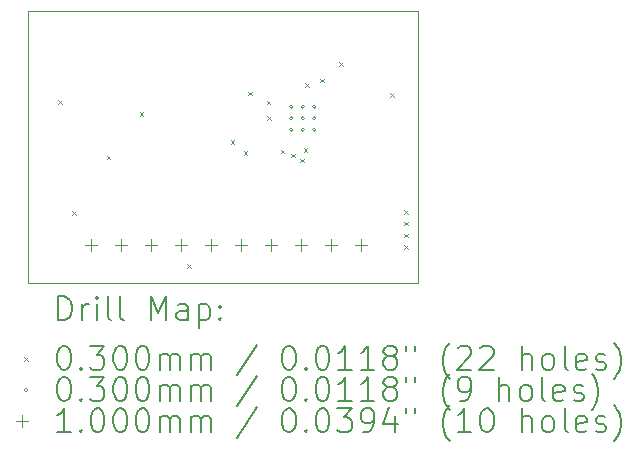
<source format=gbr>
%TF.GenerationSoftware,KiCad,Pcbnew,7.0.9-7.0.9~ubuntu22.04.1*%
%TF.CreationDate,2023-11-27T21:35:54+01:00*%
%TF.ProjectId,ohe_power_supply_1,6f68655f-706f-4776-9572-5f737570706c,rev?*%
%TF.SameCoordinates,Original*%
%TF.FileFunction,Drillmap*%
%TF.FilePolarity,Positive*%
%FSLAX45Y45*%
G04 Gerber Fmt 4.5, Leading zero omitted, Abs format (unit mm)*
G04 Created by KiCad (PCBNEW 7.0.9-7.0.9~ubuntu22.04.1) date 2023-11-27 21:35:54*
%MOMM*%
%LPD*%
G01*
G04 APERTURE LIST*
%ADD10C,0.100000*%
%ADD11C,0.200000*%
G04 APERTURE END LIST*
D10*
X16800000Y-10300000D02*
X16900000Y-10300000D01*
X16800000Y-12600000D02*
X16800000Y-10300000D01*
X20100000Y-12600000D02*
X16800000Y-12600000D01*
X20100000Y-12560000D02*
X20100000Y-12600000D01*
X20100000Y-10300000D02*
X20100000Y-12560000D01*
X16900000Y-10300000D02*
X20100000Y-10300000D01*
D11*
D10*
X17055000Y-11055000D02*
X17085000Y-11085000D01*
X17085000Y-11055000D02*
X17055000Y-11085000D01*
X17175000Y-11995000D02*
X17205000Y-12025000D01*
X17205000Y-11995000D02*
X17175000Y-12025000D01*
X17465000Y-11525000D02*
X17495000Y-11555000D01*
X17495000Y-11525000D02*
X17465000Y-11555000D01*
X17745000Y-11155000D02*
X17775000Y-11185000D01*
X17775000Y-11155000D02*
X17745000Y-11185000D01*
X18145000Y-12445000D02*
X18175000Y-12475000D01*
X18175000Y-12445000D02*
X18145000Y-12475000D01*
X18515000Y-11395000D02*
X18545000Y-11425000D01*
X18545000Y-11395000D02*
X18515000Y-11425000D01*
X18625000Y-11485000D02*
X18655000Y-11515000D01*
X18655000Y-11485000D02*
X18625000Y-11515000D01*
X18665000Y-10985000D02*
X18695000Y-11015000D01*
X18695000Y-10985000D02*
X18665000Y-11015000D01*
X18818400Y-11060016D02*
X18848400Y-11090016D01*
X18848400Y-11060016D02*
X18818400Y-11090016D01*
X18824659Y-11190530D02*
X18854659Y-11220530D01*
X18854659Y-11190530D02*
X18824659Y-11220530D01*
X18939314Y-11472731D02*
X18969314Y-11502731D01*
X18969314Y-11472731D02*
X18939314Y-11502731D01*
X19028027Y-11508399D02*
X19058027Y-11538399D01*
X19058027Y-11508399D02*
X19028027Y-11538399D01*
X19105000Y-11550050D02*
X19135000Y-11580050D01*
X19135000Y-11550050D02*
X19105000Y-11580050D01*
X19134984Y-11460387D02*
X19164984Y-11490387D01*
X19164984Y-11460387D02*
X19134984Y-11490387D01*
X19147650Y-10912815D02*
X19177650Y-10942815D01*
X19177650Y-10912815D02*
X19147650Y-10942815D01*
X19275000Y-10875000D02*
X19305000Y-10905000D01*
X19305000Y-10875000D02*
X19275000Y-10905000D01*
X19435000Y-10735000D02*
X19465000Y-10765000D01*
X19465000Y-10735000D02*
X19435000Y-10765000D01*
X19865000Y-10995000D02*
X19895000Y-11025000D01*
X19895000Y-10995000D02*
X19865000Y-11025000D01*
X19985000Y-11985000D02*
X20015000Y-12015000D01*
X20015000Y-11985000D02*
X19985000Y-12015000D01*
X19985000Y-12085000D02*
X20015000Y-12115000D01*
X20015000Y-12085000D02*
X19985000Y-12115000D01*
X19985000Y-12185000D02*
X20015000Y-12215000D01*
X20015000Y-12185000D02*
X19985000Y-12215000D01*
X19985000Y-12285000D02*
X20015000Y-12315000D01*
X20015000Y-12285000D02*
X19985000Y-12315000D01*
X19042500Y-11111250D02*
G75*
G03*
X19042500Y-11111250I-15000J0D01*
G01*
X19042500Y-11208750D02*
G75*
G03*
X19042500Y-11208750I-15000J0D01*
G01*
X19042500Y-11306250D02*
G75*
G03*
X19042500Y-11306250I-15000J0D01*
G01*
X19140000Y-11111250D02*
G75*
G03*
X19140000Y-11111250I-15000J0D01*
G01*
X19140000Y-11208750D02*
G75*
G03*
X19140000Y-11208750I-15000J0D01*
G01*
X19140000Y-11306250D02*
G75*
G03*
X19140000Y-11306250I-15000J0D01*
G01*
X19237500Y-11111250D02*
G75*
G03*
X19237500Y-11111250I-15000J0D01*
G01*
X19237500Y-11208750D02*
G75*
G03*
X19237500Y-11208750I-15000J0D01*
G01*
X19237500Y-11306250D02*
G75*
G03*
X19237500Y-11306250I-15000J0D01*
G01*
X17333000Y-12229000D02*
X17333000Y-12329000D01*
X17283000Y-12279000D02*
X17383000Y-12279000D01*
X17587000Y-12229000D02*
X17587000Y-12329000D01*
X17537000Y-12279000D02*
X17637000Y-12279000D01*
X17841000Y-12229000D02*
X17841000Y-12329000D01*
X17791000Y-12279000D02*
X17891000Y-12279000D01*
X18095000Y-12229000D02*
X18095000Y-12329000D01*
X18045000Y-12279000D02*
X18145000Y-12279000D01*
X18349000Y-12229000D02*
X18349000Y-12329000D01*
X18299000Y-12279000D02*
X18399000Y-12279000D01*
X18603000Y-12229000D02*
X18603000Y-12329000D01*
X18553000Y-12279000D02*
X18653000Y-12279000D01*
X18857000Y-12229000D02*
X18857000Y-12329000D01*
X18807000Y-12279000D02*
X18907000Y-12279000D01*
X19111000Y-12229000D02*
X19111000Y-12329000D01*
X19061000Y-12279000D02*
X19161000Y-12279000D01*
X19365000Y-12229000D02*
X19365000Y-12329000D01*
X19315000Y-12279000D02*
X19415000Y-12279000D01*
X19619000Y-12229000D02*
X19619000Y-12329000D01*
X19569000Y-12279000D02*
X19669000Y-12279000D01*
D11*
X17055777Y-12916484D02*
X17055777Y-12716484D01*
X17055777Y-12716484D02*
X17103396Y-12716484D01*
X17103396Y-12716484D02*
X17131967Y-12726008D01*
X17131967Y-12726008D02*
X17151015Y-12745055D01*
X17151015Y-12745055D02*
X17160539Y-12764103D01*
X17160539Y-12764103D02*
X17170063Y-12802198D01*
X17170063Y-12802198D02*
X17170063Y-12830769D01*
X17170063Y-12830769D02*
X17160539Y-12868865D01*
X17160539Y-12868865D02*
X17151015Y-12887912D01*
X17151015Y-12887912D02*
X17131967Y-12906960D01*
X17131967Y-12906960D02*
X17103396Y-12916484D01*
X17103396Y-12916484D02*
X17055777Y-12916484D01*
X17255777Y-12916484D02*
X17255777Y-12783150D01*
X17255777Y-12821246D02*
X17265301Y-12802198D01*
X17265301Y-12802198D02*
X17274824Y-12792674D01*
X17274824Y-12792674D02*
X17293872Y-12783150D01*
X17293872Y-12783150D02*
X17312920Y-12783150D01*
X17379586Y-12916484D02*
X17379586Y-12783150D01*
X17379586Y-12716484D02*
X17370063Y-12726008D01*
X17370063Y-12726008D02*
X17379586Y-12735531D01*
X17379586Y-12735531D02*
X17389110Y-12726008D01*
X17389110Y-12726008D02*
X17379586Y-12716484D01*
X17379586Y-12716484D02*
X17379586Y-12735531D01*
X17503396Y-12916484D02*
X17484348Y-12906960D01*
X17484348Y-12906960D02*
X17474824Y-12887912D01*
X17474824Y-12887912D02*
X17474824Y-12716484D01*
X17608158Y-12916484D02*
X17589110Y-12906960D01*
X17589110Y-12906960D02*
X17579586Y-12887912D01*
X17579586Y-12887912D02*
X17579586Y-12716484D01*
X17836729Y-12916484D02*
X17836729Y-12716484D01*
X17836729Y-12716484D02*
X17903396Y-12859341D01*
X17903396Y-12859341D02*
X17970063Y-12716484D01*
X17970063Y-12716484D02*
X17970063Y-12916484D01*
X18151015Y-12916484D02*
X18151015Y-12811722D01*
X18151015Y-12811722D02*
X18141491Y-12792674D01*
X18141491Y-12792674D02*
X18122444Y-12783150D01*
X18122444Y-12783150D02*
X18084348Y-12783150D01*
X18084348Y-12783150D02*
X18065301Y-12792674D01*
X18151015Y-12906960D02*
X18131967Y-12916484D01*
X18131967Y-12916484D02*
X18084348Y-12916484D01*
X18084348Y-12916484D02*
X18065301Y-12906960D01*
X18065301Y-12906960D02*
X18055777Y-12887912D01*
X18055777Y-12887912D02*
X18055777Y-12868865D01*
X18055777Y-12868865D02*
X18065301Y-12849817D01*
X18065301Y-12849817D02*
X18084348Y-12840293D01*
X18084348Y-12840293D02*
X18131967Y-12840293D01*
X18131967Y-12840293D02*
X18151015Y-12830769D01*
X18246253Y-12783150D02*
X18246253Y-12983150D01*
X18246253Y-12792674D02*
X18265301Y-12783150D01*
X18265301Y-12783150D02*
X18303396Y-12783150D01*
X18303396Y-12783150D02*
X18322444Y-12792674D01*
X18322444Y-12792674D02*
X18331967Y-12802198D01*
X18331967Y-12802198D02*
X18341491Y-12821246D01*
X18341491Y-12821246D02*
X18341491Y-12878388D01*
X18341491Y-12878388D02*
X18331967Y-12897436D01*
X18331967Y-12897436D02*
X18322444Y-12906960D01*
X18322444Y-12906960D02*
X18303396Y-12916484D01*
X18303396Y-12916484D02*
X18265301Y-12916484D01*
X18265301Y-12916484D02*
X18246253Y-12906960D01*
X18427205Y-12897436D02*
X18436729Y-12906960D01*
X18436729Y-12906960D02*
X18427205Y-12916484D01*
X18427205Y-12916484D02*
X18417682Y-12906960D01*
X18417682Y-12906960D02*
X18427205Y-12897436D01*
X18427205Y-12897436D02*
X18427205Y-12916484D01*
X18427205Y-12792674D02*
X18436729Y-12802198D01*
X18436729Y-12802198D02*
X18427205Y-12811722D01*
X18427205Y-12811722D02*
X18417682Y-12802198D01*
X18417682Y-12802198D02*
X18427205Y-12792674D01*
X18427205Y-12792674D02*
X18427205Y-12811722D01*
D10*
X16765000Y-13230000D02*
X16795000Y-13260000D01*
X16795000Y-13230000D02*
X16765000Y-13260000D01*
D11*
X17093872Y-13136484D02*
X17112920Y-13136484D01*
X17112920Y-13136484D02*
X17131967Y-13146008D01*
X17131967Y-13146008D02*
X17141491Y-13155531D01*
X17141491Y-13155531D02*
X17151015Y-13174579D01*
X17151015Y-13174579D02*
X17160539Y-13212674D01*
X17160539Y-13212674D02*
X17160539Y-13260293D01*
X17160539Y-13260293D02*
X17151015Y-13298388D01*
X17151015Y-13298388D02*
X17141491Y-13317436D01*
X17141491Y-13317436D02*
X17131967Y-13326960D01*
X17131967Y-13326960D02*
X17112920Y-13336484D01*
X17112920Y-13336484D02*
X17093872Y-13336484D01*
X17093872Y-13336484D02*
X17074824Y-13326960D01*
X17074824Y-13326960D02*
X17065301Y-13317436D01*
X17065301Y-13317436D02*
X17055777Y-13298388D01*
X17055777Y-13298388D02*
X17046253Y-13260293D01*
X17046253Y-13260293D02*
X17046253Y-13212674D01*
X17046253Y-13212674D02*
X17055777Y-13174579D01*
X17055777Y-13174579D02*
X17065301Y-13155531D01*
X17065301Y-13155531D02*
X17074824Y-13146008D01*
X17074824Y-13146008D02*
X17093872Y-13136484D01*
X17246253Y-13317436D02*
X17255777Y-13326960D01*
X17255777Y-13326960D02*
X17246253Y-13336484D01*
X17246253Y-13336484D02*
X17236729Y-13326960D01*
X17236729Y-13326960D02*
X17246253Y-13317436D01*
X17246253Y-13317436D02*
X17246253Y-13336484D01*
X17322444Y-13136484D02*
X17446253Y-13136484D01*
X17446253Y-13136484D02*
X17379586Y-13212674D01*
X17379586Y-13212674D02*
X17408158Y-13212674D01*
X17408158Y-13212674D02*
X17427205Y-13222198D01*
X17427205Y-13222198D02*
X17436729Y-13231722D01*
X17436729Y-13231722D02*
X17446253Y-13250769D01*
X17446253Y-13250769D02*
X17446253Y-13298388D01*
X17446253Y-13298388D02*
X17436729Y-13317436D01*
X17436729Y-13317436D02*
X17427205Y-13326960D01*
X17427205Y-13326960D02*
X17408158Y-13336484D01*
X17408158Y-13336484D02*
X17351015Y-13336484D01*
X17351015Y-13336484D02*
X17331967Y-13326960D01*
X17331967Y-13326960D02*
X17322444Y-13317436D01*
X17570063Y-13136484D02*
X17589110Y-13136484D01*
X17589110Y-13136484D02*
X17608158Y-13146008D01*
X17608158Y-13146008D02*
X17617682Y-13155531D01*
X17617682Y-13155531D02*
X17627205Y-13174579D01*
X17627205Y-13174579D02*
X17636729Y-13212674D01*
X17636729Y-13212674D02*
X17636729Y-13260293D01*
X17636729Y-13260293D02*
X17627205Y-13298388D01*
X17627205Y-13298388D02*
X17617682Y-13317436D01*
X17617682Y-13317436D02*
X17608158Y-13326960D01*
X17608158Y-13326960D02*
X17589110Y-13336484D01*
X17589110Y-13336484D02*
X17570063Y-13336484D01*
X17570063Y-13336484D02*
X17551015Y-13326960D01*
X17551015Y-13326960D02*
X17541491Y-13317436D01*
X17541491Y-13317436D02*
X17531967Y-13298388D01*
X17531967Y-13298388D02*
X17522444Y-13260293D01*
X17522444Y-13260293D02*
X17522444Y-13212674D01*
X17522444Y-13212674D02*
X17531967Y-13174579D01*
X17531967Y-13174579D02*
X17541491Y-13155531D01*
X17541491Y-13155531D02*
X17551015Y-13146008D01*
X17551015Y-13146008D02*
X17570063Y-13136484D01*
X17760539Y-13136484D02*
X17779586Y-13136484D01*
X17779586Y-13136484D02*
X17798634Y-13146008D01*
X17798634Y-13146008D02*
X17808158Y-13155531D01*
X17808158Y-13155531D02*
X17817682Y-13174579D01*
X17817682Y-13174579D02*
X17827205Y-13212674D01*
X17827205Y-13212674D02*
X17827205Y-13260293D01*
X17827205Y-13260293D02*
X17817682Y-13298388D01*
X17817682Y-13298388D02*
X17808158Y-13317436D01*
X17808158Y-13317436D02*
X17798634Y-13326960D01*
X17798634Y-13326960D02*
X17779586Y-13336484D01*
X17779586Y-13336484D02*
X17760539Y-13336484D01*
X17760539Y-13336484D02*
X17741491Y-13326960D01*
X17741491Y-13326960D02*
X17731967Y-13317436D01*
X17731967Y-13317436D02*
X17722444Y-13298388D01*
X17722444Y-13298388D02*
X17712920Y-13260293D01*
X17712920Y-13260293D02*
X17712920Y-13212674D01*
X17712920Y-13212674D02*
X17722444Y-13174579D01*
X17722444Y-13174579D02*
X17731967Y-13155531D01*
X17731967Y-13155531D02*
X17741491Y-13146008D01*
X17741491Y-13146008D02*
X17760539Y-13136484D01*
X17912920Y-13336484D02*
X17912920Y-13203150D01*
X17912920Y-13222198D02*
X17922444Y-13212674D01*
X17922444Y-13212674D02*
X17941491Y-13203150D01*
X17941491Y-13203150D02*
X17970063Y-13203150D01*
X17970063Y-13203150D02*
X17989110Y-13212674D01*
X17989110Y-13212674D02*
X17998634Y-13231722D01*
X17998634Y-13231722D02*
X17998634Y-13336484D01*
X17998634Y-13231722D02*
X18008158Y-13212674D01*
X18008158Y-13212674D02*
X18027205Y-13203150D01*
X18027205Y-13203150D02*
X18055777Y-13203150D01*
X18055777Y-13203150D02*
X18074825Y-13212674D01*
X18074825Y-13212674D02*
X18084348Y-13231722D01*
X18084348Y-13231722D02*
X18084348Y-13336484D01*
X18179586Y-13336484D02*
X18179586Y-13203150D01*
X18179586Y-13222198D02*
X18189110Y-13212674D01*
X18189110Y-13212674D02*
X18208158Y-13203150D01*
X18208158Y-13203150D02*
X18236729Y-13203150D01*
X18236729Y-13203150D02*
X18255777Y-13212674D01*
X18255777Y-13212674D02*
X18265301Y-13231722D01*
X18265301Y-13231722D02*
X18265301Y-13336484D01*
X18265301Y-13231722D02*
X18274825Y-13212674D01*
X18274825Y-13212674D02*
X18293872Y-13203150D01*
X18293872Y-13203150D02*
X18322444Y-13203150D01*
X18322444Y-13203150D02*
X18341491Y-13212674D01*
X18341491Y-13212674D02*
X18351015Y-13231722D01*
X18351015Y-13231722D02*
X18351015Y-13336484D01*
X18741491Y-13126960D02*
X18570063Y-13384103D01*
X18998634Y-13136484D02*
X19017682Y-13136484D01*
X19017682Y-13136484D02*
X19036729Y-13146008D01*
X19036729Y-13146008D02*
X19046253Y-13155531D01*
X19046253Y-13155531D02*
X19055777Y-13174579D01*
X19055777Y-13174579D02*
X19065301Y-13212674D01*
X19065301Y-13212674D02*
X19065301Y-13260293D01*
X19065301Y-13260293D02*
X19055777Y-13298388D01*
X19055777Y-13298388D02*
X19046253Y-13317436D01*
X19046253Y-13317436D02*
X19036729Y-13326960D01*
X19036729Y-13326960D02*
X19017682Y-13336484D01*
X19017682Y-13336484D02*
X18998634Y-13336484D01*
X18998634Y-13336484D02*
X18979587Y-13326960D01*
X18979587Y-13326960D02*
X18970063Y-13317436D01*
X18970063Y-13317436D02*
X18960539Y-13298388D01*
X18960539Y-13298388D02*
X18951015Y-13260293D01*
X18951015Y-13260293D02*
X18951015Y-13212674D01*
X18951015Y-13212674D02*
X18960539Y-13174579D01*
X18960539Y-13174579D02*
X18970063Y-13155531D01*
X18970063Y-13155531D02*
X18979587Y-13146008D01*
X18979587Y-13146008D02*
X18998634Y-13136484D01*
X19151015Y-13317436D02*
X19160539Y-13326960D01*
X19160539Y-13326960D02*
X19151015Y-13336484D01*
X19151015Y-13336484D02*
X19141491Y-13326960D01*
X19141491Y-13326960D02*
X19151015Y-13317436D01*
X19151015Y-13317436D02*
X19151015Y-13336484D01*
X19284348Y-13136484D02*
X19303396Y-13136484D01*
X19303396Y-13136484D02*
X19322444Y-13146008D01*
X19322444Y-13146008D02*
X19331968Y-13155531D01*
X19331968Y-13155531D02*
X19341491Y-13174579D01*
X19341491Y-13174579D02*
X19351015Y-13212674D01*
X19351015Y-13212674D02*
X19351015Y-13260293D01*
X19351015Y-13260293D02*
X19341491Y-13298388D01*
X19341491Y-13298388D02*
X19331968Y-13317436D01*
X19331968Y-13317436D02*
X19322444Y-13326960D01*
X19322444Y-13326960D02*
X19303396Y-13336484D01*
X19303396Y-13336484D02*
X19284348Y-13336484D01*
X19284348Y-13336484D02*
X19265301Y-13326960D01*
X19265301Y-13326960D02*
X19255777Y-13317436D01*
X19255777Y-13317436D02*
X19246253Y-13298388D01*
X19246253Y-13298388D02*
X19236729Y-13260293D01*
X19236729Y-13260293D02*
X19236729Y-13212674D01*
X19236729Y-13212674D02*
X19246253Y-13174579D01*
X19246253Y-13174579D02*
X19255777Y-13155531D01*
X19255777Y-13155531D02*
X19265301Y-13146008D01*
X19265301Y-13146008D02*
X19284348Y-13136484D01*
X19541491Y-13336484D02*
X19427206Y-13336484D01*
X19484348Y-13336484D02*
X19484348Y-13136484D01*
X19484348Y-13136484D02*
X19465301Y-13165055D01*
X19465301Y-13165055D02*
X19446253Y-13184103D01*
X19446253Y-13184103D02*
X19427206Y-13193627D01*
X19731968Y-13336484D02*
X19617682Y-13336484D01*
X19674825Y-13336484D02*
X19674825Y-13136484D01*
X19674825Y-13136484D02*
X19655777Y-13165055D01*
X19655777Y-13165055D02*
X19636729Y-13184103D01*
X19636729Y-13184103D02*
X19617682Y-13193627D01*
X19846253Y-13222198D02*
X19827206Y-13212674D01*
X19827206Y-13212674D02*
X19817682Y-13203150D01*
X19817682Y-13203150D02*
X19808158Y-13184103D01*
X19808158Y-13184103D02*
X19808158Y-13174579D01*
X19808158Y-13174579D02*
X19817682Y-13155531D01*
X19817682Y-13155531D02*
X19827206Y-13146008D01*
X19827206Y-13146008D02*
X19846253Y-13136484D01*
X19846253Y-13136484D02*
X19884349Y-13136484D01*
X19884349Y-13136484D02*
X19903396Y-13146008D01*
X19903396Y-13146008D02*
X19912920Y-13155531D01*
X19912920Y-13155531D02*
X19922444Y-13174579D01*
X19922444Y-13174579D02*
X19922444Y-13184103D01*
X19922444Y-13184103D02*
X19912920Y-13203150D01*
X19912920Y-13203150D02*
X19903396Y-13212674D01*
X19903396Y-13212674D02*
X19884349Y-13222198D01*
X19884349Y-13222198D02*
X19846253Y-13222198D01*
X19846253Y-13222198D02*
X19827206Y-13231722D01*
X19827206Y-13231722D02*
X19817682Y-13241246D01*
X19817682Y-13241246D02*
X19808158Y-13260293D01*
X19808158Y-13260293D02*
X19808158Y-13298388D01*
X19808158Y-13298388D02*
X19817682Y-13317436D01*
X19817682Y-13317436D02*
X19827206Y-13326960D01*
X19827206Y-13326960D02*
X19846253Y-13336484D01*
X19846253Y-13336484D02*
X19884349Y-13336484D01*
X19884349Y-13336484D02*
X19903396Y-13326960D01*
X19903396Y-13326960D02*
X19912920Y-13317436D01*
X19912920Y-13317436D02*
X19922444Y-13298388D01*
X19922444Y-13298388D02*
X19922444Y-13260293D01*
X19922444Y-13260293D02*
X19912920Y-13241246D01*
X19912920Y-13241246D02*
X19903396Y-13231722D01*
X19903396Y-13231722D02*
X19884349Y-13222198D01*
X19998634Y-13136484D02*
X19998634Y-13174579D01*
X20074825Y-13136484D02*
X20074825Y-13174579D01*
X20370063Y-13412674D02*
X20360539Y-13403150D01*
X20360539Y-13403150D02*
X20341491Y-13374579D01*
X20341491Y-13374579D02*
X20331968Y-13355531D01*
X20331968Y-13355531D02*
X20322444Y-13326960D01*
X20322444Y-13326960D02*
X20312920Y-13279341D01*
X20312920Y-13279341D02*
X20312920Y-13241246D01*
X20312920Y-13241246D02*
X20322444Y-13193627D01*
X20322444Y-13193627D02*
X20331968Y-13165055D01*
X20331968Y-13165055D02*
X20341491Y-13146008D01*
X20341491Y-13146008D02*
X20360539Y-13117436D01*
X20360539Y-13117436D02*
X20370063Y-13107912D01*
X20436730Y-13155531D02*
X20446253Y-13146008D01*
X20446253Y-13146008D02*
X20465301Y-13136484D01*
X20465301Y-13136484D02*
X20512920Y-13136484D01*
X20512920Y-13136484D02*
X20531968Y-13146008D01*
X20531968Y-13146008D02*
X20541491Y-13155531D01*
X20541491Y-13155531D02*
X20551015Y-13174579D01*
X20551015Y-13174579D02*
X20551015Y-13193627D01*
X20551015Y-13193627D02*
X20541491Y-13222198D01*
X20541491Y-13222198D02*
X20427206Y-13336484D01*
X20427206Y-13336484D02*
X20551015Y-13336484D01*
X20627206Y-13155531D02*
X20636730Y-13146008D01*
X20636730Y-13146008D02*
X20655777Y-13136484D01*
X20655777Y-13136484D02*
X20703396Y-13136484D01*
X20703396Y-13136484D02*
X20722444Y-13146008D01*
X20722444Y-13146008D02*
X20731968Y-13155531D01*
X20731968Y-13155531D02*
X20741491Y-13174579D01*
X20741491Y-13174579D02*
X20741491Y-13193627D01*
X20741491Y-13193627D02*
X20731968Y-13222198D01*
X20731968Y-13222198D02*
X20617682Y-13336484D01*
X20617682Y-13336484D02*
X20741491Y-13336484D01*
X20979587Y-13336484D02*
X20979587Y-13136484D01*
X21065301Y-13336484D02*
X21065301Y-13231722D01*
X21065301Y-13231722D02*
X21055777Y-13212674D01*
X21055777Y-13212674D02*
X21036730Y-13203150D01*
X21036730Y-13203150D02*
X21008158Y-13203150D01*
X21008158Y-13203150D02*
X20989111Y-13212674D01*
X20989111Y-13212674D02*
X20979587Y-13222198D01*
X21189111Y-13336484D02*
X21170063Y-13326960D01*
X21170063Y-13326960D02*
X21160539Y-13317436D01*
X21160539Y-13317436D02*
X21151015Y-13298388D01*
X21151015Y-13298388D02*
X21151015Y-13241246D01*
X21151015Y-13241246D02*
X21160539Y-13222198D01*
X21160539Y-13222198D02*
X21170063Y-13212674D01*
X21170063Y-13212674D02*
X21189111Y-13203150D01*
X21189111Y-13203150D02*
X21217682Y-13203150D01*
X21217682Y-13203150D02*
X21236730Y-13212674D01*
X21236730Y-13212674D02*
X21246253Y-13222198D01*
X21246253Y-13222198D02*
X21255777Y-13241246D01*
X21255777Y-13241246D02*
X21255777Y-13298388D01*
X21255777Y-13298388D02*
X21246253Y-13317436D01*
X21246253Y-13317436D02*
X21236730Y-13326960D01*
X21236730Y-13326960D02*
X21217682Y-13336484D01*
X21217682Y-13336484D02*
X21189111Y-13336484D01*
X21370063Y-13336484D02*
X21351015Y-13326960D01*
X21351015Y-13326960D02*
X21341492Y-13307912D01*
X21341492Y-13307912D02*
X21341492Y-13136484D01*
X21522444Y-13326960D02*
X21503396Y-13336484D01*
X21503396Y-13336484D02*
X21465301Y-13336484D01*
X21465301Y-13336484D02*
X21446253Y-13326960D01*
X21446253Y-13326960D02*
X21436730Y-13307912D01*
X21436730Y-13307912D02*
X21436730Y-13231722D01*
X21436730Y-13231722D02*
X21446253Y-13212674D01*
X21446253Y-13212674D02*
X21465301Y-13203150D01*
X21465301Y-13203150D02*
X21503396Y-13203150D01*
X21503396Y-13203150D02*
X21522444Y-13212674D01*
X21522444Y-13212674D02*
X21531968Y-13231722D01*
X21531968Y-13231722D02*
X21531968Y-13250769D01*
X21531968Y-13250769D02*
X21436730Y-13269817D01*
X21608158Y-13326960D02*
X21627206Y-13336484D01*
X21627206Y-13336484D02*
X21665301Y-13336484D01*
X21665301Y-13336484D02*
X21684349Y-13326960D01*
X21684349Y-13326960D02*
X21693873Y-13307912D01*
X21693873Y-13307912D02*
X21693873Y-13298388D01*
X21693873Y-13298388D02*
X21684349Y-13279341D01*
X21684349Y-13279341D02*
X21665301Y-13269817D01*
X21665301Y-13269817D02*
X21636730Y-13269817D01*
X21636730Y-13269817D02*
X21617682Y-13260293D01*
X21617682Y-13260293D02*
X21608158Y-13241246D01*
X21608158Y-13241246D02*
X21608158Y-13231722D01*
X21608158Y-13231722D02*
X21617682Y-13212674D01*
X21617682Y-13212674D02*
X21636730Y-13203150D01*
X21636730Y-13203150D02*
X21665301Y-13203150D01*
X21665301Y-13203150D02*
X21684349Y-13212674D01*
X21760539Y-13412674D02*
X21770063Y-13403150D01*
X21770063Y-13403150D02*
X21789111Y-13374579D01*
X21789111Y-13374579D02*
X21798634Y-13355531D01*
X21798634Y-13355531D02*
X21808158Y-13326960D01*
X21808158Y-13326960D02*
X21817682Y-13279341D01*
X21817682Y-13279341D02*
X21817682Y-13241246D01*
X21817682Y-13241246D02*
X21808158Y-13193627D01*
X21808158Y-13193627D02*
X21798634Y-13165055D01*
X21798634Y-13165055D02*
X21789111Y-13146008D01*
X21789111Y-13146008D02*
X21770063Y-13117436D01*
X21770063Y-13117436D02*
X21760539Y-13107912D01*
D10*
X16795000Y-13509000D02*
G75*
G03*
X16795000Y-13509000I-15000J0D01*
G01*
D11*
X17093872Y-13400484D02*
X17112920Y-13400484D01*
X17112920Y-13400484D02*
X17131967Y-13410008D01*
X17131967Y-13410008D02*
X17141491Y-13419531D01*
X17141491Y-13419531D02*
X17151015Y-13438579D01*
X17151015Y-13438579D02*
X17160539Y-13476674D01*
X17160539Y-13476674D02*
X17160539Y-13524293D01*
X17160539Y-13524293D02*
X17151015Y-13562388D01*
X17151015Y-13562388D02*
X17141491Y-13581436D01*
X17141491Y-13581436D02*
X17131967Y-13590960D01*
X17131967Y-13590960D02*
X17112920Y-13600484D01*
X17112920Y-13600484D02*
X17093872Y-13600484D01*
X17093872Y-13600484D02*
X17074824Y-13590960D01*
X17074824Y-13590960D02*
X17065301Y-13581436D01*
X17065301Y-13581436D02*
X17055777Y-13562388D01*
X17055777Y-13562388D02*
X17046253Y-13524293D01*
X17046253Y-13524293D02*
X17046253Y-13476674D01*
X17046253Y-13476674D02*
X17055777Y-13438579D01*
X17055777Y-13438579D02*
X17065301Y-13419531D01*
X17065301Y-13419531D02*
X17074824Y-13410008D01*
X17074824Y-13410008D02*
X17093872Y-13400484D01*
X17246253Y-13581436D02*
X17255777Y-13590960D01*
X17255777Y-13590960D02*
X17246253Y-13600484D01*
X17246253Y-13600484D02*
X17236729Y-13590960D01*
X17236729Y-13590960D02*
X17246253Y-13581436D01*
X17246253Y-13581436D02*
X17246253Y-13600484D01*
X17322444Y-13400484D02*
X17446253Y-13400484D01*
X17446253Y-13400484D02*
X17379586Y-13476674D01*
X17379586Y-13476674D02*
X17408158Y-13476674D01*
X17408158Y-13476674D02*
X17427205Y-13486198D01*
X17427205Y-13486198D02*
X17436729Y-13495722D01*
X17436729Y-13495722D02*
X17446253Y-13514769D01*
X17446253Y-13514769D02*
X17446253Y-13562388D01*
X17446253Y-13562388D02*
X17436729Y-13581436D01*
X17436729Y-13581436D02*
X17427205Y-13590960D01*
X17427205Y-13590960D02*
X17408158Y-13600484D01*
X17408158Y-13600484D02*
X17351015Y-13600484D01*
X17351015Y-13600484D02*
X17331967Y-13590960D01*
X17331967Y-13590960D02*
X17322444Y-13581436D01*
X17570063Y-13400484D02*
X17589110Y-13400484D01*
X17589110Y-13400484D02*
X17608158Y-13410008D01*
X17608158Y-13410008D02*
X17617682Y-13419531D01*
X17617682Y-13419531D02*
X17627205Y-13438579D01*
X17627205Y-13438579D02*
X17636729Y-13476674D01*
X17636729Y-13476674D02*
X17636729Y-13524293D01*
X17636729Y-13524293D02*
X17627205Y-13562388D01*
X17627205Y-13562388D02*
X17617682Y-13581436D01*
X17617682Y-13581436D02*
X17608158Y-13590960D01*
X17608158Y-13590960D02*
X17589110Y-13600484D01*
X17589110Y-13600484D02*
X17570063Y-13600484D01*
X17570063Y-13600484D02*
X17551015Y-13590960D01*
X17551015Y-13590960D02*
X17541491Y-13581436D01*
X17541491Y-13581436D02*
X17531967Y-13562388D01*
X17531967Y-13562388D02*
X17522444Y-13524293D01*
X17522444Y-13524293D02*
X17522444Y-13476674D01*
X17522444Y-13476674D02*
X17531967Y-13438579D01*
X17531967Y-13438579D02*
X17541491Y-13419531D01*
X17541491Y-13419531D02*
X17551015Y-13410008D01*
X17551015Y-13410008D02*
X17570063Y-13400484D01*
X17760539Y-13400484D02*
X17779586Y-13400484D01*
X17779586Y-13400484D02*
X17798634Y-13410008D01*
X17798634Y-13410008D02*
X17808158Y-13419531D01*
X17808158Y-13419531D02*
X17817682Y-13438579D01*
X17817682Y-13438579D02*
X17827205Y-13476674D01*
X17827205Y-13476674D02*
X17827205Y-13524293D01*
X17827205Y-13524293D02*
X17817682Y-13562388D01*
X17817682Y-13562388D02*
X17808158Y-13581436D01*
X17808158Y-13581436D02*
X17798634Y-13590960D01*
X17798634Y-13590960D02*
X17779586Y-13600484D01*
X17779586Y-13600484D02*
X17760539Y-13600484D01*
X17760539Y-13600484D02*
X17741491Y-13590960D01*
X17741491Y-13590960D02*
X17731967Y-13581436D01*
X17731967Y-13581436D02*
X17722444Y-13562388D01*
X17722444Y-13562388D02*
X17712920Y-13524293D01*
X17712920Y-13524293D02*
X17712920Y-13476674D01*
X17712920Y-13476674D02*
X17722444Y-13438579D01*
X17722444Y-13438579D02*
X17731967Y-13419531D01*
X17731967Y-13419531D02*
X17741491Y-13410008D01*
X17741491Y-13410008D02*
X17760539Y-13400484D01*
X17912920Y-13600484D02*
X17912920Y-13467150D01*
X17912920Y-13486198D02*
X17922444Y-13476674D01*
X17922444Y-13476674D02*
X17941491Y-13467150D01*
X17941491Y-13467150D02*
X17970063Y-13467150D01*
X17970063Y-13467150D02*
X17989110Y-13476674D01*
X17989110Y-13476674D02*
X17998634Y-13495722D01*
X17998634Y-13495722D02*
X17998634Y-13600484D01*
X17998634Y-13495722D02*
X18008158Y-13476674D01*
X18008158Y-13476674D02*
X18027205Y-13467150D01*
X18027205Y-13467150D02*
X18055777Y-13467150D01*
X18055777Y-13467150D02*
X18074825Y-13476674D01*
X18074825Y-13476674D02*
X18084348Y-13495722D01*
X18084348Y-13495722D02*
X18084348Y-13600484D01*
X18179586Y-13600484D02*
X18179586Y-13467150D01*
X18179586Y-13486198D02*
X18189110Y-13476674D01*
X18189110Y-13476674D02*
X18208158Y-13467150D01*
X18208158Y-13467150D02*
X18236729Y-13467150D01*
X18236729Y-13467150D02*
X18255777Y-13476674D01*
X18255777Y-13476674D02*
X18265301Y-13495722D01*
X18265301Y-13495722D02*
X18265301Y-13600484D01*
X18265301Y-13495722D02*
X18274825Y-13476674D01*
X18274825Y-13476674D02*
X18293872Y-13467150D01*
X18293872Y-13467150D02*
X18322444Y-13467150D01*
X18322444Y-13467150D02*
X18341491Y-13476674D01*
X18341491Y-13476674D02*
X18351015Y-13495722D01*
X18351015Y-13495722D02*
X18351015Y-13600484D01*
X18741491Y-13390960D02*
X18570063Y-13648103D01*
X18998634Y-13400484D02*
X19017682Y-13400484D01*
X19017682Y-13400484D02*
X19036729Y-13410008D01*
X19036729Y-13410008D02*
X19046253Y-13419531D01*
X19046253Y-13419531D02*
X19055777Y-13438579D01*
X19055777Y-13438579D02*
X19065301Y-13476674D01*
X19065301Y-13476674D02*
X19065301Y-13524293D01*
X19065301Y-13524293D02*
X19055777Y-13562388D01*
X19055777Y-13562388D02*
X19046253Y-13581436D01*
X19046253Y-13581436D02*
X19036729Y-13590960D01*
X19036729Y-13590960D02*
X19017682Y-13600484D01*
X19017682Y-13600484D02*
X18998634Y-13600484D01*
X18998634Y-13600484D02*
X18979587Y-13590960D01*
X18979587Y-13590960D02*
X18970063Y-13581436D01*
X18970063Y-13581436D02*
X18960539Y-13562388D01*
X18960539Y-13562388D02*
X18951015Y-13524293D01*
X18951015Y-13524293D02*
X18951015Y-13476674D01*
X18951015Y-13476674D02*
X18960539Y-13438579D01*
X18960539Y-13438579D02*
X18970063Y-13419531D01*
X18970063Y-13419531D02*
X18979587Y-13410008D01*
X18979587Y-13410008D02*
X18998634Y-13400484D01*
X19151015Y-13581436D02*
X19160539Y-13590960D01*
X19160539Y-13590960D02*
X19151015Y-13600484D01*
X19151015Y-13600484D02*
X19141491Y-13590960D01*
X19141491Y-13590960D02*
X19151015Y-13581436D01*
X19151015Y-13581436D02*
X19151015Y-13600484D01*
X19284348Y-13400484D02*
X19303396Y-13400484D01*
X19303396Y-13400484D02*
X19322444Y-13410008D01*
X19322444Y-13410008D02*
X19331968Y-13419531D01*
X19331968Y-13419531D02*
X19341491Y-13438579D01*
X19341491Y-13438579D02*
X19351015Y-13476674D01*
X19351015Y-13476674D02*
X19351015Y-13524293D01*
X19351015Y-13524293D02*
X19341491Y-13562388D01*
X19341491Y-13562388D02*
X19331968Y-13581436D01*
X19331968Y-13581436D02*
X19322444Y-13590960D01*
X19322444Y-13590960D02*
X19303396Y-13600484D01*
X19303396Y-13600484D02*
X19284348Y-13600484D01*
X19284348Y-13600484D02*
X19265301Y-13590960D01*
X19265301Y-13590960D02*
X19255777Y-13581436D01*
X19255777Y-13581436D02*
X19246253Y-13562388D01*
X19246253Y-13562388D02*
X19236729Y-13524293D01*
X19236729Y-13524293D02*
X19236729Y-13476674D01*
X19236729Y-13476674D02*
X19246253Y-13438579D01*
X19246253Y-13438579D02*
X19255777Y-13419531D01*
X19255777Y-13419531D02*
X19265301Y-13410008D01*
X19265301Y-13410008D02*
X19284348Y-13400484D01*
X19541491Y-13600484D02*
X19427206Y-13600484D01*
X19484348Y-13600484D02*
X19484348Y-13400484D01*
X19484348Y-13400484D02*
X19465301Y-13429055D01*
X19465301Y-13429055D02*
X19446253Y-13448103D01*
X19446253Y-13448103D02*
X19427206Y-13457627D01*
X19731968Y-13600484D02*
X19617682Y-13600484D01*
X19674825Y-13600484D02*
X19674825Y-13400484D01*
X19674825Y-13400484D02*
X19655777Y-13429055D01*
X19655777Y-13429055D02*
X19636729Y-13448103D01*
X19636729Y-13448103D02*
X19617682Y-13457627D01*
X19846253Y-13486198D02*
X19827206Y-13476674D01*
X19827206Y-13476674D02*
X19817682Y-13467150D01*
X19817682Y-13467150D02*
X19808158Y-13448103D01*
X19808158Y-13448103D02*
X19808158Y-13438579D01*
X19808158Y-13438579D02*
X19817682Y-13419531D01*
X19817682Y-13419531D02*
X19827206Y-13410008D01*
X19827206Y-13410008D02*
X19846253Y-13400484D01*
X19846253Y-13400484D02*
X19884349Y-13400484D01*
X19884349Y-13400484D02*
X19903396Y-13410008D01*
X19903396Y-13410008D02*
X19912920Y-13419531D01*
X19912920Y-13419531D02*
X19922444Y-13438579D01*
X19922444Y-13438579D02*
X19922444Y-13448103D01*
X19922444Y-13448103D02*
X19912920Y-13467150D01*
X19912920Y-13467150D02*
X19903396Y-13476674D01*
X19903396Y-13476674D02*
X19884349Y-13486198D01*
X19884349Y-13486198D02*
X19846253Y-13486198D01*
X19846253Y-13486198D02*
X19827206Y-13495722D01*
X19827206Y-13495722D02*
X19817682Y-13505246D01*
X19817682Y-13505246D02*
X19808158Y-13524293D01*
X19808158Y-13524293D02*
X19808158Y-13562388D01*
X19808158Y-13562388D02*
X19817682Y-13581436D01*
X19817682Y-13581436D02*
X19827206Y-13590960D01*
X19827206Y-13590960D02*
X19846253Y-13600484D01*
X19846253Y-13600484D02*
X19884349Y-13600484D01*
X19884349Y-13600484D02*
X19903396Y-13590960D01*
X19903396Y-13590960D02*
X19912920Y-13581436D01*
X19912920Y-13581436D02*
X19922444Y-13562388D01*
X19922444Y-13562388D02*
X19922444Y-13524293D01*
X19922444Y-13524293D02*
X19912920Y-13505246D01*
X19912920Y-13505246D02*
X19903396Y-13495722D01*
X19903396Y-13495722D02*
X19884349Y-13486198D01*
X19998634Y-13400484D02*
X19998634Y-13438579D01*
X20074825Y-13400484D02*
X20074825Y-13438579D01*
X20370063Y-13676674D02*
X20360539Y-13667150D01*
X20360539Y-13667150D02*
X20341491Y-13638579D01*
X20341491Y-13638579D02*
X20331968Y-13619531D01*
X20331968Y-13619531D02*
X20322444Y-13590960D01*
X20322444Y-13590960D02*
X20312920Y-13543341D01*
X20312920Y-13543341D02*
X20312920Y-13505246D01*
X20312920Y-13505246D02*
X20322444Y-13457627D01*
X20322444Y-13457627D02*
X20331968Y-13429055D01*
X20331968Y-13429055D02*
X20341491Y-13410008D01*
X20341491Y-13410008D02*
X20360539Y-13381436D01*
X20360539Y-13381436D02*
X20370063Y-13371912D01*
X20455777Y-13600484D02*
X20493872Y-13600484D01*
X20493872Y-13600484D02*
X20512920Y-13590960D01*
X20512920Y-13590960D02*
X20522444Y-13581436D01*
X20522444Y-13581436D02*
X20541491Y-13552865D01*
X20541491Y-13552865D02*
X20551015Y-13514769D01*
X20551015Y-13514769D02*
X20551015Y-13438579D01*
X20551015Y-13438579D02*
X20541491Y-13419531D01*
X20541491Y-13419531D02*
X20531968Y-13410008D01*
X20531968Y-13410008D02*
X20512920Y-13400484D01*
X20512920Y-13400484D02*
X20474825Y-13400484D01*
X20474825Y-13400484D02*
X20455777Y-13410008D01*
X20455777Y-13410008D02*
X20446253Y-13419531D01*
X20446253Y-13419531D02*
X20436730Y-13438579D01*
X20436730Y-13438579D02*
X20436730Y-13486198D01*
X20436730Y-13486198D02*
X20446253Y-13505246D01*
X20446253Y-13505246D02*
X20455777Y-13514769D01*
X20455777Y-13514769D02*
X20474825Y-13524293D01*
X20474825Y-13524293D02*
X20512920Y-13524293D01*
X20512920Y-13524293D02*
X20531968Y-13514769D01*
X20531968Y-13514769D02*
X20541491Y-13505246D01*
X20541491Y-13505246D02*
X20551015Y-13486198D01*
X20789111Y-13600484D02*
X20789111Y-13400484D01*
X20874825Y-13600484D02*
X20874825Y-13495722D01*
X20874825Y-13495722D02*
X20865301Y-13476674D01*
X20865301Y-13476674D02*
X20846253Y-13467150D01*
X20846253Y-13467150D02*
X20817682Y-13467150D01*
X20817682Y-13467150D02*
X20798634Y-13476674D01*
X20798634Y-13476674D02*
X20789111Y-13486198D01*
X20998634Y-13600484D02*
X20979587Y-13590960D01*
X20979587Y-13590960D02*
X20970063Y-13581436D01*
X20970063Y-13581436D02*
X20960539Y-13562388D01*
X20960539Y-13562388D02*
X20960539Y-13505246D01*
X20960539Y-13505246D02*
X20970063Y-13486198D01*
X20970063Y-13486198D02*
X20979587Y-13476674D01*
X20979587Y-13476674D02*
X20998634Y-13467150D01*
X20998634Y-13467150D02*
X21027206Y-13467150D01*
X21027206Y-13467150D02*
X21046253Y-13476674D01*
X21046253Y-13476674D02*
X21055777Y-13486198D01*
X21055777Y-13486198D02*
X21065301Y-13505246D01*
X21065301Y-13505246D02*
X21065301Y-13562388D01*
X21065301Y-13562388D02*
X21055777Y-13581436D01*
X21055777Y-13581436D02*
X21046253Y-13590960D01*
X21046253Y-13590960D02*
X21027206Y-13600484D01*
X21027206Y-13600484D02*
X20998634Y-13600484D01*
X21179587Y-13600484D02*
X21160539Y-13590960D01*
X21160539Y-13590960D02*
X21151015Y-13571912D01*
X21151015Y-13571912D02*
X21151015Y-13400484D01*
X21331968Y-13590960D02*
X21312920Y-13600484D01*
X21312920Y-13600484D02*
X21274825Y-13600484D01*
X21274825Y-13600484D02*
X21255777Y-13590960D01*
X21255777Y-13590960D02*
X21246253Y-13571912D01*
X21246253Y-13571912D02*
X21246253Y-13495722D01*
X21246253Y-13495722D02*
X21255777Y-13476674D01*
X21255777Y-13476674D02*
X21274825Y-13467150D01*
X21274825Y-13467150D02*
X21312920Y-13467150D01*
X21312920Y-13467150D02*
X21331968Y-13476674D01*
X21331968Y-13476674D02*
X21341492Y-13495722D01*
X21341492Y-13495722D02*
X21341492Y-13514769D01*
X21341492Y-13514769D02*
X21246253Y-13533817D01*
X21417682Y-13590960D02*
X21436730Y-13600484D01*
X21436730Y-13600484D02*
X21474825Y-13600484D01*
X21474825Y-13600484D02*
X21493873Y-13590960D01*
X21493873Y-13590960D02*
X21503396Y-13571912D01*
X21503396Y-13571912D02*
X21503396Y-13562388D01*
X21503396Y-13562388D02*
X21493873Y-13543341D01*
X21493873Y-13543341D02*
X21474825Y-13533817D01*
X21474825Y-13533817D02*
X21446253Y-13533817D01*
X21446253Y-13533817D02*
X21427206Y-13524293D01*
X21427206Y-13524293D02*
X21417682Y-13505246D01*
X21417682Y-13505246D02*
X21417682Y-13495722D01*
X21417682Y-13495722D02*
X21427206Y-13476674D01*
X21427206Y-13476674D02*
X21446253Y-13467150D01*
X21446253Y-13467150D02*
X21474825Y-13467150D01*
X21474825Y-13467150D02*
X21493873Y-13476674D01*
X21570063Y-13676674D02*
X21579587Y-13667150D01*
X21579587Y-13667150D02*
X21598634Y-13638579D01*
X21598634Y-13638579D02*
X21608158Y-13619531D01*
X21608158Y-13619531D02*
X21617682Y-13590960D01*
X21617682Y-13590960D02*
X21627206Y-13543341D01*
X21627206Y-13543341D02*
X21627206Y-13505246D01*
X21627206Y-13505246D02*
X21617682Y-13457627D01*
X21617682Y-13457627D02*
X21608158Y-13429055D01*
X21608158Y-13429055D02*
X21598634Y-13410008D01*
X21598634Y-13410008D02*
X21579587Y-13381436D01*
X21579587Y-13381436D02*
X21570063Y-13371912D01*
D10*
X16745000Y-13723000D02*
X16745000Y-13823000D01*
X16695000Y-13773000D02*
X16795000Y-13773000D01*
D11*
X17160539Y-13864484D02*
X17046253Y-13864484D01*
X17103396Y-13864484D02*
X17103396Y-13664484D01*
X17103396Y-13664484D02*
X17084348Y-13693055D01*
X17084348Y-13693055D02*
X17065301Y-13712103D01*
X17065301Y-13712103D02*
X17046253Y-13721627D01*
X17246253Y-13845436D02*
X17255777Y-13854960D01*
X17255777Y-13854960D02*
X17246253Y-13864484D01*
X17246253Y-13864484D02*
X17236729Y-13854960D01*
X17236729Y-13854960D02*
X17246253Y-13845436D01*
X17246253Y-13845436D02*
X17246253Y-13864484D01*
X17379586Y-13664484D02*
X17398634Y-13664484D01*
X17398634Y-13664484D02*
X17417682Y-13674008D01*
X17417682Y-13674008D02*
X17427205Y-13683531D01*
X17427205Y-13683531D02*
X17436729Y-13702579D01*
X17436729Y-13702579D02*
X17446253Y-13740674D01*
X17446253Y-13740674D02*
X17446253Y-13788293D01*
X17446253Y-13788293D02*
X17436729Y-13826388D01*
X17436729Y-13826388D02*
X17427205Y-13845436D01*
X17427205Y-13845436D02*
X17417682Y-13854960D01*
X17417682Y-13854960D02*
X17398634Y-13864484D01*
X17398634Y-13864484D02*
X17379586Y-13864484D01*
X17379586Y-13864484D02*
X17360539Y-13854960D01*
X17360539Y-13854960D02*
X17351015Y-13845436D01*
X17351015Y-13845436D02*
X17341491Y-13826388D01*
X17341491Y-13826388D02*
X17331967Y-13788293D01*
X17331967Y-13788293D02*
X17331967Y-13740674D01*
X17331967Y-13740674D02*
X17341491Y-13702579D01*
X17341491Y-13702579D02*
X17351015Y-13683531D01*
X17351015Y-13683531D02*
X17360539Y-13674008D01*
X17360539Y-13674008D02*
X17379586Y-13664484D01*
X17570063Y-13664484D02*
X17589110Y-13664484D01*
X17589110Y-13664484D02*
X17608158Y-13674008D01*
X17608158Y-13674008D02*
X17617682Y-13683531D01*
X17617682Y-13683531D02*
X17627205Y-13702579D01*
X17627205Y-13702579D02*
X17636729Y-13740674D01*
X17636729Y-13740674D02*
X17636729Y-13788293D01*
X17636729Y-13788293D02*
X17627205Y-13826388D01*
X17627205Y-13826388D02*
X17617682Y-13845436D01*
X17617682Y-13845436D02*
X17608158Y-13854960D01*
X17608158Y-13854960D02*
X17589110Y-13864484D01*
X17589110Y-13864484D02*
X17570063Y-13864484D01*
X17570063Y-13864484D02*
X17551015Y-13854960D01*
X17551015Y-13854960D02*
X17541491Y-13845436D01*
X17541491Y-13845436D02*
X17531967Y-13826388D01*
X17531967Y-13826388D02*
X17522444Y-13788293D01*
X17522444Y-13788293D02*
X17522444Y-13740674D01*
X17522444Y-13740674D02*
X17531967Y-13702579D01*
X17531967Y-13702579D02*
X17541491Y-13683531D01*
X17541491Y-13683531D02*
X17551015Y-13674008D01*
X17551015Y-13674008D02*
X17570063Y-13664484D01*
X17760539Y-13664484D02*
X17779586Y-13664484D01*
X17779586Y-13664484D02*
X17798634Y-13674008D01*
X17798634Y-13674008D02*
X17808158Y-13683531D01*
X17808158Y-13683531D02*
X17817682Y-13702579D01*
X17817682Y-13702579D02*
X17827205Y-13740674D01*
X17827205Y-13740674D02*
X17827205Y-13788293D01*
X17827205Y-13788293D02*
X17817682Y-13826388D01*
X17817682Y-13826388D02*
X17808158Y-13845436D01*
X17808158Y-13845436D02*
X17798634Y-13854960D01*
X17798634Y-13854960D02*
X17779586Y-13864484D01*
X17779586Y-13864484D02*
X17760539Y-13864484D01*
X17760539Y-13864484D02*
X17741491Y-13854960D01*
X17741491Y-13854960D02*
X17731967Y-13845436D01*
X17731967Y-13845436D02*
X17722444Y-13826388D01*
X17722444Y-13826388D02*
X17712920Y-13788293D01*
X17712920Y-13788293D02*
X17712920Y-13740674D01*
X17712920Y-13740674D02*
X17722444Y-13702579D01*
X17722444Y-13702579D02*
X17731967Y-13683531D01*
X17731967Y-13683531D02*
X17741491Y-13674008D01*
X17741491Y-13674008D02*
X17760539Y-13664484D01*
X17912920Y-13864484D02*
X17912920Y-13731150D01*
X17912920Y-13750198D02*
X17922444Y-13740674D01*
X17922444Y-13740674D02*
X17941491Y-13731150D01*
X17941491Y-13731150D02*
X17970063Y-13731150D01*
X17970063Y-13731150D02*
X17989110Y-13740674D01*
X17989110Y-13740674D02*
X17998634Y-13759722D01*
X17998634Y-13759722D02*
X17998634Y-13864484D01*
X17998634Y-13759722D02*
X18008158Y-13740674D01*
X18008158Y-13740674D02*
X18027205Y-13731150D01*
X18027205Y-13731150D02*
X18055777Y-13731150D01*
X18055777Y-13731150D02*
X18074825Y-13740674D01*
X18074825Y-13740674D02*
X18084348Y-13759722D01*
X18084348Y-13759722D02*
X18084348Y-13864484D01*
X18179586Y-13864484D02*
X18179586Y-13731150D01*
X18179586Y-13750198D02*
X18189110Y-13740674D01*
X18189110Y-13740674D02*
X18208158Y-13731150D01*
X18208158Y-13731150D02*
X18236729Y-13731150D01*
X18236729Y-13731150D02*
X18255777Y-13740674D01*
X18255777Y-13740674D02*
X18265301Y-13759722D01*
X18265301Y-13759722D02*
X18265301Y-13864484D01*
X18265301Y-13759722D02*
X18274825Y-13740674D01*
X18274825Y-13740674D02*
X18293872Y-13731150D01*
X18293872Y-13731150D02*
X18322444Y-13731150D01*
X18322444Y-13731150D02*
X18341491Y-13740674D01*
X18341491Y-13740674D02*
X18351015Y-13759722D01*
X18351015Y-13759722D02*
X18351015Y-13864484D01*
X18741491Y-13654960D02*
X18570063Y-13912103D01*
X18998634Y-13664484D02*
X19017682Y-13664484D01*
X19017682Y-13664484D02*
X19036729Y-13674008D01*
X19036729Y-13674008D02*
X19046253Y-13683531D01*
X19046253Y-13683531D02*
X19055777Y-13702579D01*
X19055777Y-13702579D02*
X19065301Y-13740674D01*
X19065301Y-13740674D02*
X19065301Y-13788293D01*
X19065301Y-13788293D02*
X19055777Y-13826388D01*
X19055777Y-13826388D02*
X19046253Y-13845436D01*
X19046253Y-13845436D02*
X19036729Y-13854960D01*
X19036729Y-13854960D02*
X19017682Y-13864484D01*
X19017682Y-13864484D02*
X18998634Y-13864484D01*
X18998634Y-13864484D02*
X18979587Y-13854960D01*
X18979587Y-13854960D02*
X18970063Y-13845436D01*
X18970063Y-13845436D02*
X18960539Y-13826388D01*
X18960539Y-13826388D02*
X18951015Y-13788293D01*
X18951015Y-13788293D02*
X18951015Y-13740674D01*
X18951015Y-13740674D02*
X18960539Y-13702579D01*
X18960539Y-13702579D02*
X18970063Y-13683531D01*
X18970063Y-13683531D02*
X18979587Y-13674008D01*
X18979587Y-13674008D02*
X18998634Y-13664484D01*
X19151015Y-13845436D02*
X19160539Y-13854960D01*
X19160539Y-13854960D02*
X19151015Y-13864484D01*
X19151015Y-13864484D02*
X19141491Y-13854960D01*
X19141491Y-13854960D02*
X19151015Y-13845436D01*
X19151015Y-13845436D02*
X19151015Y-13864484D01*
X19284348Y-13664484D02*
X19303396Y-13664484D01*
X19303396Y-13664484D02*
X19322444Y-13674008D01*
X19322444Y-13674008D02*
X19331968Y-13683531D01*
X19331968Y-13683531D02*
X19341491Y-13702579D01*
X19341491Y-13702579D02*
X19351015Y-13740674D01*
X19351015Y-13740674D02*
X19351015Y-13788293D01*
X19351015Y-13788293D02*
X19341491Y-13826388D01*
X19341491Y-13826388D02*
X19331968Y-13845436D01*
X19331968Y-13845436D02*
X19322444Y-13854960D01*
X19322444Y-13854960D02*
X19303396Y-13864484D01*
X19303396Y-13864484D02*
X19284348Y-13864484D01*
X19284348Y-13864484D02*
X19265301Y-13854960D01*
X19265301Y-13854960D02*
X19255777Y-13845436D01*
X19255777Y-13845436D02*
X19246253Y-13826388D01*
X19246253Y-13826388D02*
X19236729Y-13788293D01*
X19236729Y-13788293D02*
X19236729Y-13740674D01*
X19236729Y-13740674D02*
X19246253Y-13702579D01*
X19246253Y-13702579D02*
X19255777Y-13683531D01*
X19255777Y-13683531D02*
X19265301Y-13674008D01*
X19265301Y-13674008D02*
X19284348Y-13664484D01*
X19417682Y-13664484D02*
X19541491Y-13664484D01*
X19541491Y-13664484D02*
X19474825Y-13740674D01*
X19474825Y-13740674D02*
X19503396Y-13740674D01*
X19503396Y-13740674D02*
X19522444Y-13750198D01*
X19522444Y-13750198D02*
X19531968Y-13759722D01*
X19531968Y-13759722D02*
X19541491Y-13778769D01*
X19541491Y-13778769D02*
X19541491Y-13826388D01*
X19541491Y-13826388D02*
X19531968Y-13845436D01*
X19531968Y-13845436D02*
X19522444Y-13854960D01*
X19522444Y-13854960D02*
X19503396Y-13864484D01*
X19503396Y-13864484D02*
X19446253Y-13864484D01*
X19446253Y-13864484D02*
X19427206Y-13854960D01*
X19427206Y-13854960D02*
X19417682Y-13845436D01*
X19636729Y-13864484D02*
X19674825Y-13864484D01*
X19674825Y-13864484D02*
X19693872Y-13854960D01*
X19693872Y-13854960D02*
X19703396Y-13845436D01*
X19703396Y-13845436D02*
X19722444Y-13816865D01*
X19722444Y-13816865D02*
X19731968Y-13778769D01*
X19731968Y-13778769D02*
X19731968Y-13702579D01*
X19731968Y-13702579D02*
X19722444Y-13683531D01*
X19722444Y-13683531D02*
X19712920Y-13674008D01*
X19712920Y-13674008D02*
X19693872Y-13664484D01*
X19693872Y-13664484D02*
X19655777Y-13664484D01*
X19655777Y-13664484D02*
X19636729Y-13674008D01*
X19636729Y-13674008D02*
X19627206Y-13683531D01*
X19627206Y-13683531D02*
X19617682Y-13702579D01*
X19617682Y-13702579D02*
X19617682Y-13750198D01*
X19617682Y-13750198D02*
X19627206Y-13769246D01*
X19627206Y-13769246D02*
X19636729Y-13778769D01*
X19636729Y-13778769D02*
X19655777Y-13788293D01*
X19655777Y-13788293D02*
X19693872Y-13788293D01*
X19693872Y-13788293D02*
X19712920Y-13778769D01*
X19712920Y-13778769D02*
X19722444Y-13769246D01*
X19722444Y-13769246D02*
X19731968Y-13750198D01*
X19903396Y-13731150D02*
X19903396Y-13864484D01*
X19855777Y-13654960D02*
X19808158Y-13797817D01*
X19808158Y-13797817D02*
X19931968Y-13797817D01*
X19998634Y-13664484D02*
X19998634Y-13702579D01*
X20074825Y-13664484D02*
X20074825Y-13702579D01*
X20370063Y-13940674D02*
X20360539Y-13931150D01*
X20360539Y-13931150D02*
X20341491Y-13902579D01*
X20341491Y-13902579D02*
X20331968Y-13883531D01*
X20331968Y-13883531D02*
X20322444Y-13854960D01*
X20322444Y-13854960D02*
X20312920Y-13807341D01*
X20312920Y-13807341D02*
X20312920Y-13769246D01*
X20312920Y-13769246D02*
X20322444Y-13721627D01*
X20322444Y-13721627D02*
X20331968Y-13693055D01*
X20331968Y-13693055D02*
X20341491Y-13674008D01*
X20341491Y-13674008D02*
X20360539Y-13645436D01*
X20360539Y-13645436D02*
X20370063Y-13635912D01*
X20551015Y-13864484D02*
X20436730Y-13864484D01*
X20493872Y-13864484D02*
X20493872Y-13664484D01*
X20493872Y-13664484D02*
X20474825Y-13693055D01*
X20474825Y-13693055D02*
X20455777Y-13712103D01*
X20455777Y-13712103D02*
X20436730Y-13721627D01*
X20674825Y-13664484D02*
X20693872Y-13664484D01*
X20693872Y-13664484D02*
X20712920Y-13674008D01*
X20712920Y-13674008D02*
X20722444Y-13683531D01*
X20722444Y-13683531D02*
X20731968Y-13702579D01*
X20731968Y-13702579D02*
X20741491Y-13740674D01*
X20741491Y-13740674D02*
X20741491Y-13788293D01*
X20741491Y-13788293D02*
X20731968Y-13826388D01*
X20731968Y-13826388D02*
X20722444Y-13845436D01*
X20722444Y-13845436D02*
X20712920Y-13854960D01*
X20712920Y-13854960D02*
X20693872Y-13864484D01*
X20693872Y-13864484D02*
X20674825Y-13864484D01*
X20674825Y-13864484D02*
X20655777Y-13854960D01*
X20655777Y-13854960D02*
X20646253Y-13845436D01*
X20646253Y-13845436D02*
X20636730Y-13826388D01*
X20636730Y-13826388D02*
X20627206Y-13788293D01*
X20627206Y-13788293D02*
X20627206Y-13740674D01*
X20627206Y-13740674D02*
X20636730Y-13702579D01*
X20636730Y-13702579D02*
X20646253Y-13683531D01*
X20646253Y-13683531D02*
X20655777Y-13674008D01*
X20655777Y-13674008D02*
X20674825Y-13664484D01*
X20979587Y-13864484D02*
X20979587Y-13664484D01*
X21065301Y-13864484D02*
X21065301Y-13759722D01*
X21065301Y-13759722D02*
X21055777Y-13740674D01*
X21055777Y-13740674D02*
X21036730Y-13731150D01*
X21036730Y-13731150D02*
X21008158Y-13731150D01*
X21008158Y-13731150D02*
X20989111Y-13740674D01*
X20989111Y-13740674D02*
X20979587Y-13750198D01*
X21189111Y-13864484D02*
X21170063Y-13854960D01*
X21170063Y-13854960D02*
X21160539Y-13845436D01*
X21160539Y-13845436D02*
X21151015Y-13826388D01*
X21151015Y-13826388D02*
X21151015Y-13769246D01*
X21151015Y-13769246D02*
X21160539Y-13750198D01*
X21160539Y-13750198D02*
X21170063Y-13740674D01*
X21170063Y-13740674D02*
X21189111Y-13731150D01*
X21189111Y-13731150D02*
X21217682Y-13731150D01*
X21217682Y-13731150D02*
X21236730Y-13740674D01*
X21236730Y-13740674D02*
X21246253Y-13750198D01*
X21246253Y-13750198D02*
X21255777Y-13769246D01*
X21255777Y-13769246D02*
X21255777Y-13826388D01*
X21255777Y-13826388D02*
X21246253Y-13845436D01*
X21246253Y-13845436D02*
X21236730Y-13854960D01*
X21236730Y-13854960D02*
X21217682Y-13864484D01*
X21217682Y-13864484D02*
X21189111Y-13864484D01*
X21370063Y-13864484D02*
X21351015Y-13854960D01*
X21351015Y-13854960D02*
X21341492Y-13835912D01*
X21341492Y-13835912D02*
X21341492Y-13664484D01*
X21522444Y-13854960D02*
X21503396Y-13864484D01*
X21503396Y-13864484D02*
X21465301Y-13864484D01*
X21465301Y-13864484D02*
X21446253Y-13854960D01*
X21446253Y-13854960D02*
X21436730Y-13835912D01*
X21436730Y-13835912D02*
X21436730Y-13759722D01*
X21436730Y-13759722D02*
X21446253Y-13740674D01*
X21446253Y-13740674D02*
X21465301Y-13731150D01*
X21465301Y-13731150D02*
X21503396Y-13731150D01*
X21503396Y-13731150D02*
X21522444Y-13740674D01*
X21522444Y-13740674D02*
X21531968Y-13759722D01*
X21531968Y-13759722D02*
X21531968Y-13778769D01*
X21531968Y-13778769D02*
X21436730Y-13797817D01*
X21608158Y-13854960D02*
X21627206Y-13864484D01*
X21627206Y-13864484D02*
X21665301Y-13864484D01*
X21665301Y-13864484D02*
X21684349Y-13854960D01*
X21684349Y-13854960D02*
X21693873Y-13835912D01*
X21693873Y-13835912D02*
X21693873Y-13826388D01*
X21693873Y-13826388D02*
X21684349Y-13807341D01*
X21684349Y-13807341D02*
X21665301Y-13797817D01*
X21665301Y-13797817D02*
X21636730Y-13797817D01*
X21636730Y-13797817D02*
X21617682Y-13788293D01*
X21617682Y-13788293D02*
X21608158Y-13769246D01*
X21608158Y-13769246D02*
X21608158Y-13759722D01*
X21608158Y-13759722D02*
X21617682Y-13740674D01*
X21617682Y-13740674D02*
X21636730Y-13731150D01*
X21636730Y-13731150D02*
X21665301Y-13731150D01*
X21665301Y-13731150D02*
X21684349Y-13740674D01*
X21760539Y-13940674D02*
X21770063Y-13931150D01*
X21770063Y-13931150D02*
X21789111Y-13902579D01*
X21789111Y-13902579D02*
X21798634Y-13883531D01*
X21798634Y-13883531D02*
X21808158Y-13854960D01*
X21808158Y-13854960D02*
X21817682Y-13807341D01*
X21817682Y-13807341D02*
X21817682Y-13769246D01*
X21817682Y-13769246D02*
X21808158Y-13721627D01*
X21808158Y-13721627D02*
X21798634Y-13693055D01*
X21798634Y-13693055D02*
X21789111Y-13674008D01*
X21789111Y-13674008D02*
X21770063Y-13645436D01*
X21770063Y-13645436D02*
X21760539Y-13635912D01*
M02*

</source>
